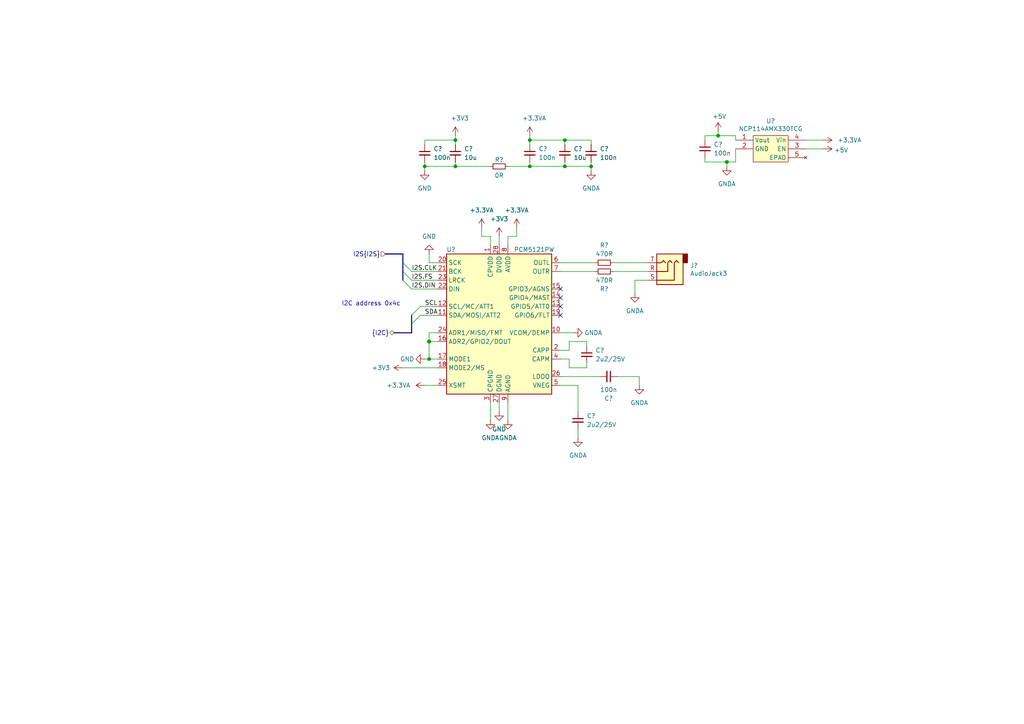
<source format=kicad_sch>
(kicad_sch (version 20201015) (generator eeschema)
  (paper "A4")
  (lib_symbols
    (symbol "Audio:PCM5121PW"
      (property "Reference" "U" (at -13.97 21.59 0))
      (property "Value" "PCM5121PW" (at 10.16 21.59 0))
      (symbol "PCM5121PW_0_1"
        (rectangle (start -15.24 20.32) (end 15.24 -20.32) (stroke (width 0.254)) (fill (type background)))
      )
      (symbol "PCM5121PW_1_1"
        (pin power_in line (at -2.54 22.86 270) (length 2.54) (name "CPVDD") (number "1"))
        (pin bidirectional line (at 17.78 -2.54 180) (length 2.54) (name "VCOM/DEMP") (number "10"))
        (pin bidirectional line (at -17.78 2.54 0) (length 2.54) (name "SDA/MOSI/ATT2") (number "11"))
        (pin input line (at -17.78 5.08 0) (length 2.54) (name "SCL/MC/ATT1") (number "12"))
        (pin bidirectional line (at 17.78 5.08 180) (length 2.54) (name "GPIO5/ATT0") (number "13"))
        (pin bidirectional line (at 17.78 7.62 180) (length 2.54) (name "GPIO4/MAST") (number "14"))
        (pin bidirectional line (at 17.78 10.16 180) (length 2.54) (name "GPIO3/AGNS") (number "15"))
        (pin bidirectional line (at -17.78 -5.08 0) (length 2.54) (name "ADR2/GPIO2/DOUT") (number "16"))
        (pin input line (at -17.78 -10.16 0) (length 2.54) (name "MODE1") (number "17"))
        (pin input line (at -17.78 -12.7 0) (length 2.54) (name "MODE2/MS") (number "18"))
        (pin bidirectional line (at 17.78 2.54 180) (length 2.54) (name "GPIO6/FLT") (number "19"))
        (pin passive line (at 17.78 -7.62 180) (length 2.54) (name "CAPP") (number "2"))
        (pin input line (at -17.78 17.78 0) (length 2.54) (name "SCK") (number "20"))
        (pin bidirectional line (at -17.78 15.24 0) (length 2.54) (name "BCK") (number "21"))
        (pin input line (at -17.78 10.16 0) (length 2.54) (name "DIN") (number "22"))
        (pin bidirectional line (at -17.78 12.7 0) (length 2.54) (name "LRCK") (number "23"))
        (pin bidirectional line (at -17.78 -2.54 0) (length 2.54) (name "ADR1/MISO/FMT") (number "24"))
        (pin input line (at -17.78 -17.78 0) (length 2.54) (name "XSMT") (number "25"))
        (pin passive line (at 17.78 -15.24 180) (length 2.54) (name "LDOO") (number "26"))
        (pin power_in line (at 0 -22.86 90) (length 2.54) (name "DGND") (number "27"))
        (pin power_in line (at 0 22.86 270) (length 2.54) (name "DVDD") (number "28"))
        (pin power_in line (at -2.54 -22.86 90) (length 2.54) (name "CPGND") (number "3"))
        (pin passive line (at 17.78 -10.16 180) (length 2.54) (name "CAPM") (number "4"))
        (pin passive line (at 17.78 -17.78 180) (length 2.54) (name "VNEG") (number "5"))
        (pin output line (at 17.78 17.78 180) (length 2.54) (name "OUTL") (number "6"))
        (pin output line (at 17.78 15.24 180) (length 2.54) (name "OUTR") (number "7"))
        (pin power_in line (at 2.54 22.86 270) (length 2.54) (name "AVDD") (number "8"))
        (pin power_in line (at 2.54 -22.86 90) (length 2.54) (name "AGND") (number "9"))
      )
    )
    (symbol "Connector:AudioJack3"
      (property "Reference" "J" (at 0 8.89 0))
      (property "Value" "AudioJack3" (at 0 6.35 0))
      (symbol "AudioJack3_0_1"
        (rectangle (start -5.08 -5.08) (end -6.35 -2.54) (stroke (width 0.254)) (fill (type outline)))
        (rectangle (start 2.54 3.81) (end -5.08 -5.08) (stroke (width 0.254)) (fill (type background)))
        (polyline (pts (xy 0 -2.54) (xy 0.635 -3.175) (xy 1.27 -2.54) (xy 2.54 -2.54)) (stroke (width 0.254)))
        (polyline (pts (xy -1.905 -2.54) (xy -1.27 -3.175) (xy -0.635 -2.54) (xy -0.635 0) (xy 2.54 0)) (stroke (width 0.254)))
        (polyline (pts (xy 2.54 2.54) (xy -2.54 2.54) (xy -2.54 -2.54) (xy -3.175 -3.175) (xy -3.81 -2.54)) (stroke (width 0.254)))
      )
      (symbol "AudioJack3_1_1"
        (pin passive line (at 5.08 0 180) (length 2.54) (name "~") (number "R"))
        (pin passive line (at 5.08 2.54 180) (length 2.54) (name "~") (number "S"))
        (pin passive line (at 5.08 -2.54 180) (length 2.54) (name "~") (number "T"))
      )
    )
    (symbol "Device:C_Small" (pin_numbers hide) (pin_names (offset 0.254) hide)
      (property "Reference" "C" (at 0.254 1.778 0))
      (property "Value" "C_Small" (at 0.254 -2.032 0))
      (symbol "C_Small_0_1"
        (polyline (pts (xy -1.524 -0.508) (xy 1.524 -0.508)) (stroke (width 0.3302)))
        (polyline (pts (xy -1.524 0.508) (xy 1.524 0.508)) (stroke (width 0.3048)))
      )
      (symbol "C_Small_1_1"
        (pin passive line (at 0 2.54 270) (length 2.032) (name "~") (number "1"))
        (pin passive line (at 0 -2.54 90) (length 2.032) (name "~") (number "2"))
      )
    )
    (symbol "Device:R_Small" (pin_numbers hide) (pin_names (offset 0.254) hide)
      (property "Reference" "R" (at 0.762 0.508 0))
      (property "Value" "R_Small" (at 0.762 -1.016 0))
      (symbol "R_Small_0_1"
        (rectangle (start -0.762 1.778) (end 0.762 -1.778) (stroke (width 0.2032)))
      )
      (symbol "R_Small_1_1"
        (pin passive line (at 0 2.54 270) (length 0.762) (name "~") (number "1"))
        (pin passive line (at 0 -2.54 90) (length 0.762) (name "~") (number "2"))
      )
    )
    (symbol "custom:NCP114MX"
      (property "Reference" "U" (at 0 3.81 0))
      (property "Value" "NCP114MX" (at 0 -6.35 0))
      (symbol "NCP114MX_0_1"
        (rectangle (start -5.08 2.54) (end 5.08 -5.08) (fill (type background)))
      )
      (symbol "NCP114MX_1_1"
        (pin input line (at -10.16 1.27 0) (length 5.08) (name "Vout") (number "1"))
        (pin input line (at -10.16 -1.27 0) (length 5.08) (name "GND") (number "2"))
        (pin input line (at 10.16 -1.27 180) (length 5.08) (name "EN") (number "3"))
        (pin input line (at 10.16 1.27 180) (length 5.08) (name "Vin") (number "4"))
        (pin unconnected line (at 10.16 -3.81 180) (length 5.08) (name "EPAD") (number "5"))
      )
    )
    (symbol "power:+3.3V" (power) (pin_names (offset 0))
      (property "Value" "+3.3V" (at 0 3.556 0))
      (symbol "+3.3V_0_1"
        (polyline (pts (xy -0.762 1.27) (xy 0 2.54)))
        (polyline (pts (xy 0 0) (xy 0 2.54)))
        (polyline (pts (xy 0 2.54) (xy 0.762 1.27)))
      )
      (symbol "+3.3V_1_1"
        (pin power_in line (at 0 0 90) (length 0) hide (name "+3V3") (number "1"))
      )
    )
    (symbol "power:+3.3VA" (power) (pin_names (offset 0))
      (property "Value" "+3.3VA" (at 0 3.556 0))
      (symbol "+3.3VA_0_1"
        (polyline (pts (xy -0.762 1.27) (xy 0 2.54)))
        (polyline (pts (xy 0 0) (xy 0 2.54)))
        (polyline (pts (xy 0 2.54) (xy 0.762 1.27)))
      )
      (symbol "+3.3VA_1_1"
        (pin power_in line (at 0 0 90) (length 0) hide (name "+3.3VA") (number "1"))
      )
    )
    (symbol "power:+5V" (power) (pin_names (offset 0))
      (property "Value" "+5V" (at 0 3.556 0))
      (symbol "+5V_0_1"
        (polyline (pts (xy -0.762 1.27) (xy 0 2.54)))
        (polyline (pts (xy 0 0) (xy 0 2.54)))
        (polyline (pts (xy 0 2.54) (xy 0.762 1.27)))
      )
      (symbol "+5V_1_1"
        (pin power_in line (at 0 0 90) (length 0) hide (name "+5V") (number "1"))
      )
    )
    (symbol "power:GND" (power) (pin_names (offset 0))
      (property "Value" "GND" (at 0 -3.81 0))
      (symbol "GND_0_1"
        (polyline (pts (xy 0 0) (xy 0 -1.27) (xy 1.27 -1.27) (xy 0 -2.54) (xy -1.27 -1.27) (xy 0 -1.27)))
      )
      (symbol "GND_1_1"
        (pin power_in line (at 0 0 270) (length 0) hide (name "GND") (number "1"))
      )
    )
    (symbol "power:GNDA" (power) (pin_names (offset 0))
      (property "Value" "GNDA" (at 0 -3.81 0))
      (symbol "GNDA_0_1"
        (polyline (pts (xy 0 0) (xy 0 -1.27) (xy 1.27 -1.27) (xy 0 -2.54) (xy -1.27 -1.27) (xy 0 -1.27)))
      )
      (symbol "GNDA_1_1"
        (pin power_in line (at 0 0 270) (length 0) hide (name "GNDA") (number "1"))
      )
    )
  )
  (bus_alias "I2S" (members "CLK" "FS" "DIN"))
  (junction (at 123.19 48.26) (diameter 0.9144))
  (junction (at 124.46 99.06) (diameter 1.016))
  (junction (at 124.46 104.14) (diameter 0.9144))
  (junction (at 132.08 40.64) (diameter 0.9144))
  (junction (at 132.08 48.26) (diameter 0.9144))
  (junction (at 153.67 40.64) (diameter 0.9144))
  (junction (at 153.67 48.26) (diameter 0.9144))
  (junction (at 163.83 40.64) (diameter 0.9144))
  (junction (at 163.83 48.26) (diameter 0.9144))
  (junction (at 171.45 48.26) (diameter 0.9144))
  (junction (at 208.28 39.37) (diameter 0.9144))
  (junction (at 210.82 46.99) (diameter 0.9144))
  (no_connect (at 162.56 83.82))
  (no_connect (at 162.56 86.36))
  (no_connect (at 162.56 88.9))
  (no_connect (at 162.56 91.44))
  (bus_entry (at 116.84 76.2) (size 2.54 2.54) (stroke (width 0.1524)))
  (bus_entry (at 116.84 78.74) (size 2.54 2.54) (stroke (width 0.1524)))
  (bus_entry (at 116.84 81.28) (size 2.54 2.54) (stroke (width 0.1524)))
  (bus_entry (at 119.38 91.44) (size 2.54 -2.54) (stroke (width 0.1524)))
  (bus_entry (at 119.38 93.98) (size 2.54 -2.54) (stroke (width 0.1524)))
  (wire (pts (xy 116.84 106.68) (xy 127 106.68)))
  (wire (pts (xy 119.38 78.74) (xy 127 78.74)))
  (wire (pts (xy 119.38 81.28) (xy 127 81.28)))
  (wire (pts (xy 119.38 83.82) (xy 127 83.82)))
  (wire (pts (xy 121.92 88.9) (xy 127 88.9)))
  (wire (pts (xy 121.92 91.44) (xy 127 91.44)))
  (wire (pts (xy 123.19 40.64) (xy 132.08 40.64)))
  (wire (pts (xy 123.19 41.91) (xy 123.19 40.64)))
  (wire (pts (xy 123.19 46.99) (xy 123.19 48.26)))
  (wire (pts (xy 123.19 48.26) (xy 123.19 49.53)))
  (wire (pts (xy 123.19 48.26) (xy 132.08 48.26)))
  (wire (pts (xy 123.19 104.14) (xy 124.46 104.14)))
  (wire (pts (xy 123.19 111.76) (xy 127 111.76)))
  (wire (pts (xy 124.46 73.66) (xy 124.46 76.2)))
  (wire (pts (xy 124.46 96.52) (xy 124.46 99.06)))
  (wire (pts (xy 124.46 99.06) (xy 124.46 104.14)))
  (wire (pts (xy 127 76.2) (xy 124.46 76.2)))
  (wire (pts (xy 127 96.52) (xy 124.46 96.52)))
  (wire (pts (xy 127 99.06) (xy 124.46 99.06)))
  (wire (pts (xy 127 104.14) (xy 124.46 104.14)))
  (wire (pts (xy 132.08 39.37) (xy 132.08 40.64)))
  (wire (pts (xy 132.08 40.64) (xy 132.08 41.91)))
  (wire (pts (xy 132.08 46.99) (xy 132.08 48.26)))
  (wire (pts (xy 132.08 48.26) (xy 142.24 48.26)))
  (wire (pts (xy 139.7 68.58) (xy 139.7 66.04)))
  (wire (pts (xy 142.24 68.58) (xy 139.7 68.58)))
  (wire (pts (xy 142.24 71.12) (xy 142.24 68.58)))
  (wire (pts (xy 142.24 116.84) (xy 142.24 121.92)))
  (wire (pts (xy 144.78 71.12) (xy 144.78 68.58)))
  (wire (pts (xy 144.78 116.84) (xy 144.78 119.38)))
  (wire (pts (xy 147.32 48.26) (xy 153.67 48.26)))
  (wire (pts (xy 147.32 68.58) (xy 149.86 68.58)))
  (wire (pts (xy 147.32 71.12) (xy 147.32 68.58)))
  (wire (pts (xy 147.32 116.84) (xy 147.32 121.92)))
  (wire (pts (xy 149.86 68.58) (xy 149.86 66.04)))
  (wire (pts (xy 153.67 39.37) (xy 153.67 40.64)))
  (wire (pts (xy 153.67 40.64) (xy 153.67 41.91)))
  (wire (pts (xy 153.67 40.64) (xy 163.83 40.64)))
  (wire (pts (xy 153.67 46.99) (xy 153.67 48.26)))
  (wire (pts (xy 153.67 48.26) (xy 163.83 48.26)))
  (wire (pts (xy 162.56 76.2) (xy 172.72 76.2)))
  (wire (pts (xy 162.56 78.74) (xy 172.72 78.74)))
  (wire (pts (xy 162.56 96.52) (xy 166.37 96.52)))
  (wire (pts (xy 162.56 101.6) (xy 165.1 101.6)))
  (wire (pts (xy 162.56 104.14) (xy 165.1 104.14)))
  (wire (pts (xy 162.56 109.22) (xy 173.99 109.22)))
  (wire (pts (xy 162.56 111.76) (xy 167.64 111.76)))
  (wire (pts (xy 163.83 40.64) (xy 163.83 41.91)))
  (wire (pts (xy 163.83 48.26) (xy 163.83 46.99)))
  (wire (pts (xy 163.83 48.26) (xy 171.45 48.26)))
  (wire (pts (xy 165.1 99.06) (xy 170.18 99.06)))
  (wire (pts (xy 165.1 101.6) (xy 165.1 99.06)))
  (wire (pts (xy 165.1 104.14) (xy 165.1 106.68)))
  (wire (pts (xy 165.1 106.68) (xy 170.18 106.68)))
  (wire (pts (xy 167.64 111.76) (xy 167.64 119.38)))
  (wire (pts (xy 167.64 124.46) (xy 167.64 127)))
  (wire (pts (xy 170.18 99.06) (xy 170.18 100.33)))
  (wire (pts (xy 170.18 106.68) (xy 170.18 105.41)))
  (wire (pts (xy 171.45 40.64) (xy 163.83 40.64)))
  (wire (pts (xy 171.45 41.91) (xy 171.45 40.64)))
  (wire (pts (xy 171.45 46.99) (xy 171.45 48.26)))
  (wire (pts (xy 171.45 48.26) (xy 171.45 49.53)))
  (wire (pts (xy 177.8 76.2) (xy 187.96 76.2)))
  (wire (pts (xy 177.8 78.74) (xy 187.96 78.74)))
  (wire (pts (xy 179.07 109.22) (xy 185.42 109.22)))
  (wire (pts (xy 184.15 81.28) (xy 184.15 85.09)))
  (wire (pts (xy 185.42 109.22) (xy 185.42 111.76)))
  (wire (pts (xy 187.96 81.28) (xy 184.15 81.28)))
  (wire (pts (xy 204.47 39.37) (xy 204.47 40.64)))
  (wire (pts (xy 204.47 45.72) (xy 204.47 46.99)))
  (wire (pts (xy 204.47 46.99) (xy 210.82 46.99)))
  (wire (pts (xy 208.28 38.1) (xy 208.28 39.37)))
  (wire (pts (xy 208.28 39.37) (xy 204.47 39.37)))
  (wire (pts (xy 210.82 46.99) (xy 210.82 48.26)))
  (wire (pts (xy 210.82 46.99) (xy 213.36 46.99)))
  (wire (pts (xy 213.36 39.37) (xy 208.28 39.37)))
  (wire (pts (xy 213.36 40.64) (xy 213.36 39.37)))
  (wire (pts (xy 213.36 46.99) (xy 213.36 43.18)))
  (wire (pts (xy 233.68 40.64) (xy 238.76 40.64)))
  (wire (pts (xy 233.68 43.18) (xy 238.76 43.18)))
  (bus (pts (xy 111.76 73.66) (xy 116.84 73.66)))
  (bus (pts (xy 114.3 96.52) (xy 119.38 96.52)))
  (bus (pts (xy 116.84 73.66) (xy 116.84 76.2)))
  (bus (pts (xy 116.84 76.2) (xy 116.84 78.74)))
  (bus (pts (xy 116.84 78.74) (xy 116.84 81.28)))
  (bus (pts (xy 119.38 91.44) (xy 119.38 93.98)))
  (bus (pts (xy 119.38 93.98) (xy 119.38 96.52)))
  (text "I2C address 0x4c" (at 99.06 88.9 0) (effects (font (size 1.27 1.27)) (justify left bottom)))
  (label "I2S.CLK" (at 119.38 78.74 0))
  (label "I2S.FS" (at 119.38 81.28 0))
  (label "I2S.DIN" (at 119.38 83.82 0))
  (label "SCL" (at 123.19 88.9 0))
  (label "SDA" (at 123.19 91.44 0))
  (hierarchical_label "I2S{I2S}" (shape input) (at 111.76 73.66 180))
  (hierarchical_label "{I2C}" (shape bidirectional) (at 114.3 96.52 180))
  (symbol (lib_id "power:+3.3V") (at 116.84 106.68 90) (unit 1)
    (property "Reference" "#PWR0157" (effects hide))
    (property "Value" "+3.3V" (at 110.49 106.68 90))
  )
  (symbol (lib_id "power:+3.3VA") (at 123.19 111.76 90) (unit 1)
    (property "Reference" "#PWR0158" (effects hide))
    (property "Value" "+3.3VA" (at 115.57 111.76 90))
  )
  (symbol (lib_id "power:+3.3V") (at 132.08 39.37 0) (unit 1)
    (property "Reference" "#PWR0164" (effects hide))
    (property "Value" "+3.3V" (at 133.35 34.29 0))
  )
  (symbol (lib_id "power:+3.3VA") (at 139.7 66.04 0) (unit 1)
    (property "Reference" "#PWR0161" (effects hide))
    (property "Value" "+3.3VA" (at 139.7 60.96 0))
  )
  (symbol (lib_id "power:+3.3V") (at 144.78 68.58 0) (unit 1)
    (property "Reference" "#PWR0162" (effects hide))
    (property "Value" "+3.3V" (at 144.78 63.5 0))
  )
  (symbol (lib_id "power:+3.3VA") (at 149.86 66.04 0) (unit 1)
    (property "Reference" "#PWR0163" (effects hide))
    (property "Value" "+3.3VA" (at 149.86 60.96 0))
  )
  (symbol (lib_id "power:+3.3VA") (at 153.67 39.37 0) (unit 1)
    (property "Reference" "#PWR0165" (effects hide))
    (property "Value" "+3.3VA" (at 154.94 34.29 0))
  )
  (symbol (lib_id "power:+5V") (at 208.28 38.1 0) (unit 1)
    (property "Reference" "#PWR0175" (effects hide))
    (property "Value" "+5V" (at 208.6483 33.7756 0))
  )
  (symbol (lib_id "power:+3.3VA") (at 238.76 40.64 270) (unit 1)
    (property "Reference" "#PWR0178" (effects hide))
    (property "Value" "+3.3VA" (at 246.38 40.64 90))
  )
  (symbol (lib_id "power:+5V") (at 238.76 43.18 270) (unit 1)
    (property "Reference" "#PWR0177" (effects hide))
    (property "Value" "+5V" (at 241.9351 43.5483 90) (effects (justify left)))
  )
  (symbol (lib_id "power:GND") (at 123.19 49.53 0) (unit 1)
    (property "Reference" "#PWR0166" (effects hide))
    (property "Value" "GND" (at 123.19 54.61 0))
  )
  (symbol (lib_id "power:GND") (at 123.19 104.14 270) (unit 1)
    (property "Reference" "#PWR0159" (effects hide))
    (property "Value" "GND" (at 118.11 104.14 90))
  )
  (symbol (lib_id "power:GND") (at 124.46 73.66 180) (unit 1)
    (property "Reference" "#PWR0160" (effects hide))
    (property "Value" "GND" (at 124.46 68.58 0))
  )
  (symbol (lib_id "power:GNDA") (at 142.24 121.92 0) (unit 1)
    (property "Reference" "#PWR0168" (effects hide))
    (property "Value" "GNDA" (at 142.24 127 0))
  )
  (symbol (lib_id "power:GND") (at 144.78 119.38 0) (unit 1)
    (property "Reference" "#PWR0169" (effects hide))
    (property "Value" "GND" (at 144.78 124.46 0))
  )
  (symbol (lib_id "power:GNDA") (at 147.32 121.92 0) (unit 1)
    (property "Reference" "#PWR0170" (effects hide))
    (property "Value" "GNDA" (at 147.32 127 0))
  )
  (symbol (lib_id "power:GNDA") (at 166.37 96.52 90) (unit 1)
    (property "Reference" "#PWR0171" (effects hide))
    (property "Value" "GNDA" (at 172.085 96.52 90))
  )
  (symbol (lib_id "power:GNDA") (at 167.64 127 0) (unit 1)
    (property "Reference" "#PWR0172" (effects hide))
    (property "Value" "GNDA" (at 167.64 132.08 0))
  )
  (symbol (lib_id "power:GNDA") (at 171.45 49.53 0) (unit 1)
    (property "Reference" "#PWR0174" (effects hide))
    (property "Value" "GNDA" (at 171.45 54.61 0))
  )
  (symbol (lib_id "power:GNDA") (at 184.15 85.09 0) (unit 1)
    (property "Reference" "#PWR0167" (effects hide))
    (property "Value" "GNDA" (at 184.15 90.17 0))
  )
  (symbol (lib_id "power:GNDA") (at 185.42 111.76 0) (unit 1)
    (property "Reference" "#PWR0173" (effects hide))
    (property "Value" "GNDA" (at 185.42 116.84 0))
  )
  (symbol (lib_id "power:GNDA") (at 210.82 48.26 0) (unit 1)
    (property "Reference" "#PWR0176" (effects hide))
    (property "Value" "GNDA" (at 210.82 53.34 0))
  )
  (symbol (lib_id "Device:R_Small") (at 144.78 48.26 270) (unit 1)
    (property "Reference" "R?" (at 144.78 46.3488 90))
    (property "Value" "0R" (at 144.78 50.908 90))
  )
  (symbol (lib_id "Device:R_Small") (at 175.26 76.2 90) (unit 1)
    (property "Reference" "R?" (at 175.26 71.12 90))
    (property "Value" "470R" (at 175.26 73.66 90))
  )
  (symbol (lib_id "Device:R_Small") (at 175.26 78.74 90) (unit 1)
    (property "Reference" "R?" (at 175.26 83.82 90))
    (property "Value" "470R" (at 175.26 81.28 90))
  )
  (symbol (lib_id "Device:C_Small") (at 123.19 44.45 0) (unit 1)
    (property "Reference" "C?" (at 125.73 43.18 0) (effects (justify left)))
    (property "Value" "100n" (at 125.73 45.72 0) (effects (justify left)))
  )
  (symbol (lib_id "Device:C_Small") (at 132.08 44.45 0) (unit 1)
    (property "Reference" "C?" (at 134.62 43.18 0) (effects (justify left)))
    (property "Value" "10u" (at 134.62 45.72 0) (effects (justify left)))
  )
  (symbol (lib_id "Device:C_Small") (at 153.67 44.45 0) (unit 1)
    (property "Reference" "C?" (at 156.21 43.18 0) (effects (justify left)))
    (property "Value" "100n" (at 156.21 45.72 0) (effects (justify left)))
  )
  (symbol (lib_id "Device:C_Small") (at 163.83 44.45 0) (unit 1)
    (property "Reference" "C?" (at 166.37 43.18 0) (effects (justify left)))
    (property "Value" "10u" (at 166.37 45.72 0) (effects (justify left)))
  )
  (symbol (lib_id "Device:C_Small") (at 167.64 121.92 0) (mirror y) (unit 1)
    (property "Reference" "C?" (at 170.18 120.65 0) (effects (justify right)))
    (property "Value" "2u2/25V" (at 170.18 123.19 0) (effects (justify right)))
  )
  (symbol (lib_id "Device:C_Small") (at 170.18 102.87 0) (unit 1)
    (property "Reference" "C?" (at 172.72 101.6 0) (effects (justify left)))
    (property "Value" "2u2/25V" (at 172.72 104.14 0) (effects (justify left)))
  )
  (symbol (lib_id "Device:C_Small") (at 171.45 44.45 0) (unit 1)
    (property "Reference" "C?" (at 173.99 43.18 0) (effects (justify left)))
    (property "Value" "100n" (at 173.99 45.72 0) (effects (justify left)))
  )
  (symbol (lib_id "Device:C_Small") (at 176.53 109.22 270) (unit 1)
    (property "Reference" "C?" (at 176.53 115.57 90))
    (property "Value" "100n" (at 176.53 113.03 90))
  )
  (symbol (lib_id "Device:C_Small") (at 204.47 43.18 0) (unit 1)
    (property "Reference" "C?" (at 207.01 41.91 0) (effects (justify left)))
    (property "Value" "100n" (at 207.01 44.45 0) (effects (justify left)))
  )
  (symbol (lib_id "Connector:AudioJack3") (at 193.04 78.74 180) (unit 1)
    (property "Reference" "J?" (at 200.1521 77.0064 0) (effects (justify right)))
    (property "Value" "AudioJack3" (at 200.1521 79.3051 0) (effects (justify right)))
    (property "Manufacturer" "CUI Devices" (effects hide))
    (property "PartNumber" "SJ2-35954A-SMT-TR" (effects hide))
  )
  (symbol (lib_id "custom:NCP114MX") (at 223.52 41.91 0) (unit 1)
    (property "Reference" "U?" (at 223.52 35.0582 0))
    (property "Value" "NCP114AMX330TCG" (at 223.52 37.3569 0))
    (property "Datasheet" "https://www.onsemi.com/pub/Collateral/NCP114-D.PDF" (effects hide))
    (property "Manufacturer" "ON Semiconductor" (effects hide))
    (property "PartNumber" "NCP114AMX330TCG" (effects hide))
  )
  (symbol (lib_id "Audio:PCM5121PW") (at 144.78 93.98 0) (unit 1)
    (property "Reference" "U?" (at 130.81 72.39 0))
    (property "Value" "PCM5121PW" (at 154.94 72.39 0))
    (property "Footprint" "Package_SO:TSSOP-28_4.4x9.7mm_P0.65mm" (effects hide))
    (property "Datasheet" "http://www.ti.com/lit/ds/symlink/pcm5121.pdf" (effects hide))
    (property "Manufacturer" "Texas Instruments" (effects hide))
    (property "PartNumber" "PCM5121PWR" (effects hide))
  )
)
</source>
